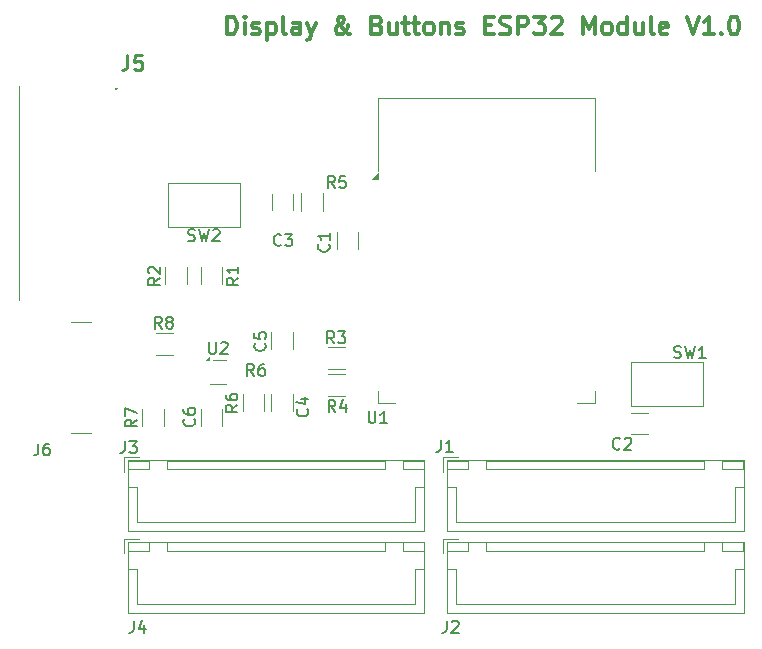
<source format=gbr>
%TF.GenerationSoftware,KiCad,Pcbnew,8.0.8*%
%TF.CreationDate,2025-05-21T09:44:21+02:00*%
%TF.ProjectId,Buttons_Displays_ESP32,42757474-6f6e-4735-9f44-6973706c6179,rev?*%
%TF.SameCoordinates,Original*%
%TF.FileFunction,Legend,Top*%
%TF.FilePolarity,Positive*%
%FSLAX46Y46*%
G04 Gerber Fmt 4.6, Leading zero omitted, Abs format (unit mm)*
G04 Created by KiCad (PCBNEW 8.0.8) date 2025-05-21 09:44:21*
%MOMM*%
%LPD*%
G01*
G04 APERTURE LIST*
%ADD10C,0.300000*%
%ADD11C,0.150000*%
%ADD12C,0.254000*%
%ADD13C,0.120000*%
%ADD14C,0.100000*%
%ADD15C,0.200000*%
G04 APERTURE END LIST*
D10*
X114554510Y-53300828D02*
X114554510Y-51800828D01*
X114554510Y-51800828D02*
X114911653Y-51800828D01*
X114911653Y-51800828D02*
X115125939Y-51872257D01*
X115125939Y-51872257D02*
X115268796Y-52015114D01*
X115268796Y-52015114D02*
X115340225Y-52157971D01*
X115340225Y-52157971D02*
X115411653Y-52443685D01*
X115411653Y-52443685D02*
X115411653Y-52657971D01*
X115411653Y-52657971D02*
X115340225Y-52943685D01*
X115340225Y-52943685D02*
X115268796Y-53086542D01*
X115268796Y-53086542D02*
X115125939Y-53229400D01*
X115125939Y-53229400D02*
X114911653Y-53300828D01*
X114911653Y-53300828D02*
X114554510Y-53300828D01*
X116054510Y-53300828D02*
X116054510Y-52300828D01*
X116054510Y-51800828D02*
X115983082Y-51872257D01*
X115983082Y-51872257D02*
X116054510Y-51943685D01*
X116054510Y-51943685D02*
X116125939Y-51872257D01*
X116125939Y-51872257D02*
X116054510Y-51800828D01*
X116054510Y-51800828D02*
X116054510Y-51943685D01*
X116697368Y-53229400D02*
X116840225Y-53300828D01*
X116840225Y-53300828D02*
X117125939Y-53300828D01*
X117125939Y-53300828D02*
X117268796Y-53229400D01*
X117268796Y-53229400D02*
X117340225Y-53086542D01*
X117340225Y-53086542D02*
X117340225Y-53015114D01*
X117340225Y-53015114D02*
X117268796Y-52872257D01*
X117268796Y-52872257D02*
X117125939Y-52800828D01*
X117125939Y-52800828D02*
X116911654Y-52800828D01*
X116911654Y-52800828D02*
X116768796Y-52729400D01*
X116768796Y-52729400D02*
X116697368Y-52586542D01*
X116697368Y-52586542D02*
X116697368Y-52515114D01*
X116697368Y-52515114D02*
X116768796Y-52372257D01*
X116768796Y-52372257D02*
X116911654Y-52300828D01*
X116911654Y-52300828D02*
X117125939Y-52300828D01*
X117125939Y-52300828D02*
X117268796Y-52372257D01*
X117983082Y-52300828D02*
X117983082Y-53800828D01*
X117983082Y-52372257D02*
X118125940Y-52300828D01*
X118125940Y-52300828D02*
X118411654Y-52300828D01*
X118411654Y-52300828D02*
X118554511Y-52372257D01*
X118554511Y-52372257D02*
X118625940Y-52443685D01*
X118625940Y-52443685D02*
X118697368Y-52586542D01*
X118697368Y-52586542D02*
X118697368Y-53015114D01*
X118697368Y-53015114D02*
X118625940Y-53157971D01*
X118625940Y-53157971D02*
X118554511Y-53229400D01*
X118554511Y-53229400D02*
X118411654Y-53300828D01*
X118411654Y-53300828D02*
X118125940Y-53300828D01*
X118125940Y-53300828D02*
X117983082Y-53229400D01*
X119554511Y-53300828D02*
X119411654Y-53229400D01*
X119411654Y-53229400D02*
X119340225Y-53086542D01*
X119340225Y-53086542D02*
X119340225Y-51800828D01*
X120768797Y-53300828D02*
X120768797Y-52515114D01*
X120768797Y-52515114D02*
X120697368Y-52372257D01*
X120697368Y-52372257D02*
X120554511Y-52300828D01*
X120554511Y-52300828D02*
X120268797Y-52300828D01*
X120268797Y-52300828D02*
X120125939Y-52372257D01*
X120768797Y-53229400D02*
X120625939Y-53300828D01*
X120625939Y-53300828D02*
X120268797Y-53300828D01*
X120268797Y-53300828D02*
X120125939Y-53229400D01*
X120125939Y-53229400D02*
X120054511Y-53086542D01*
X120054511Y-53086542D02*
X120054511Y-52943685D01*
X120054511Y-52943685D02*
X120125939Y-52800828D01*
X120125939Y-52800828D02*
X120268797Y-52729400D01*
X120268797Y-52729400D02*
X120625939Y-52729400D01*
X120625939Y-52729400D02*
X120768797Y-52657971D01*
X121340225Y-52300828D02*
X121697368Y-53300828D01*
X122054511Y-52300828D02*
X121697368Y-53300828D01*
X121697368Y-53300828D02*
X121554511Y-53657971D01*
X121554511Y-53657971D02*
X121483082Y-53729400D01*
X121483082Y-53729400D02*
X121340225Y-53800828D01*
X124983082Y-53300828D02*
X124911654Y-53300828D01*
X124911654Y-53300828D02*
X124768796Y-53229400D01*
X124768796Y-53229400D02*
X124554511Y-53015114D01*
X124554511Y-53015114D02*
X124197368Y-52586542D01*
X124197368Y-52586542D02*
X124054511Y-52372257D01*
X124054511Y-52372257D02*
X123983082Y-52157971D01*
X123983082Y-52157971D02*
X123983082Y-52015114D01*
X123983082Y-52015114D02*
X124054511Y-51872257D01*
X124054511Y-51872257D02*
X124197368Y-51800828D01*
X124197368Y-51800828D02*
X124268796Y-51800828D01*
X124268796Y-51800828D02*
X124411654Y-51872257D01*
X124411654Y-51872257D02*
X124483082Y-52015114D01*
X124483082Y-52015114D02*
X124483082Y-52086542D01*
X124483082Y-52086542D02*
X124411654Y-52229400D01*
X124411654Y-52229400D02*
X124340225Y-52300828D01*
X124340225Y-52300828D02*
X123911654Y-52586542D01*
X123911654Y-52586542D02*
X123840225Y-52657971D01*
X123840225Y-52657971D02*
X123768796Y-52800828D01*
X123768796Y-52800828D02*
X123768796Y-53015114D01*
X123768796Y-53015114D02*
X123840225Y-53157971D01*
X123840225Y-53157971D02*
X123911654Y-53229400D01*
X123911654Y-53229400D02*
X124054511Y-53300828D01*
X124054511Y-53300828D02*
X124268796Y-53300828D01*
X124268796Y-53300828D02*
X124411654Y-53229400D01*
X124411654Y-53229400D02*
X124483082Y-53157971D01*
X124483082Y-53157971D02*
X124697368Y-52872257D01*
X124697368Y-52872257D02*
X124768796Y-52657971D01*
X124768796Y-52657971D02*
X124768796Y-52515114D01*
X127268796Y-52515114D02*
X127483082Y-52586542D01*
X127483082Y-52586542D02*
X127554511Y-52657971D01*
X127554511Y-52657971D02*
X127625939Y-52800828D01*
X127625939Y-52800828D02*
X127625939Y-53015114D01*
X127625939Y-53015114D02*
X127554511Y-53157971D01*
X127554511Y-53157971D02*
X127483082Y-53229400D01*
X127483082Y-53229400D02*
X127340225Y-53300828D01*
X127340225Y-53300828D02*
X126768796Y-53300828D01*
X126768796Y-53300828D02*
X126768796Y-51800828D01*
X126768796Y-51800828D02*
X127268796Y-51800828D01*
X127268796Y-51800828D02*
X127411654Y-51872257D01*
X127411654Y-51872257D02*
X127483082Y-51943685D01*
X127483082Y-51943685D02*
X127554511Y-52086542D01*
X127554511Y-52086542D02*
X127554511Y-52229400D01*
X127554511Y-52229400D02*
X127483082Y-52372257D01*
X127483082Y-52372257D02*
X127411654Y-52443685D01*
X127411654Y-52443685D02*
X127268796Y-52515114D01*
X127268796Y-52515114D02*
X126768796Y-52515114D01*
X128911654Y-52300828D02*
X128911654Y-53300828D01*
X128268796Y-52300828D02*
X128268796Y-53086542D01*
X128268796Y-53086542D02*
X128340225Y-53229400D01*
X128340225Y-53229400D02*
X128483082Y-53300828D01*
X128483082Y-53300828D02*
X128697368Y-53300828D01*
X128697368Y-53300828D02*
X128840225Y-53229400D01*
X128840225Y-53229400D02*
X128911654Y-53157971D01*
X129411654Y-52300828D02*
X129983082Y-52300828D01*
X129625939Y-51800828D02*
X129625939Y-53086542D01*
X129625939Y-53086542D02*
X129697368Y-53229400D01*
X129697368Y-53229400D02*
X129840225Y-53300828D01*
X129840225Y-53300828D02*
X129983082Y-53300828D01*
X130268797Y-52300828D02*
X130840225Y-52300828D01*
X130483082Y-51800828D02*
X130483082Y-53086542D01*
X130483082Y-53086542D02*
X130554511Y-53229400D01*
X130554511Y-53229400D02*
X130697368Y-53300828D01*
X130697368Y-53300828D02*
X130840225Y-53300828D01*
X131554511Y-53300828D02*
X131411654Y-53229400D01*
X131411654Y-53229400D02*
X131340225Y-53157971D01*
X131340225Y-53157971D02*
X131268797Y-53015114D01*
X131268797Y-53015114D02*
X131268797Y-52586542D01*
X131268797Y-52586542D02*
X131340225Y-52443685D01*
X131340225Y-52443685D02*
X131411654Y-52372257D01*
X131411654Y-52372257D02*
X131554511Y-52300828D01*
X131554511Y-52300828D02*
X131768797Y-52300828D01*
X131768797Y-52300828D02*
X131911654Y-52372257D01*
X131911654Y-52372257D02*
X131983083Y-52443685D01*
X131983083Y-52443685D02*
X132054511Y-52586542D01*
X132054511Y-52586542D02*
X132054511Y-53015114D01*
X132054511Y-53015114D02*
X131983083Y-53157971D01*
X131983083Y-53157971D02*
X131911654Y-53229400D01*
X131911654Y-53229400D02*
X131768797Y-53300828D01*
X131768797Y-53300828D02*
X131554511Y-53300828D01*
X132697368Y-52300828D02*
X132697368Y-53300828D01*
X132697368Y-52443685D02*
X132768797Y-52372257D01*
X132768797Y-52372257D02*
X132911654Y-52300828D01*
X132911654Y-52300828D02*
X133125940Y-52300828D01*
X133125940Y-52300828D02*
X133268797Y-52372257D01*
X133268797Y-52372257D02*
X133340226Y-52515114D01*
X133340226Y-52515114D02*
X133340226Y-53300828D01*
X133983083Y-53229400D02*
X134125940Y-53300828D01*
X134125940Y-53300828D02*
X134411654Y-53300828D01*
X134411654Y-53300828D02*
X134554511Y-53229400D01*
X134554511Y-53229400D02*
X134625940Y-53086542D01*
X134625940Y-53086542D02*
X134625940Y-53015114D01*
X134625940Y-53015114D02*
X134554511Y-52872257D01*
X134554511Y-52872257D02*
X134411654Y-52800828D01*
X134411654Y-52800828D02*
X134197369Y-52800828D01*
X134197369Y-52800828D02*
X134054511Y-52729400D01*
X134054511Y-52729400D02*
X133983083Y-52586542D01*
X133983083Y-52586542D02*
X133983083Y-52515114D01*
X133983083Y-52515114D02*
X134054511Y-52372257D01*
X134054511Y-52372257D02*
X134197369Y-52300828D01*
X134197369Y-52300828D02*
X134411654Y-52300828D01*
X134411654Y-52300828D02*
X134554511Y-52372257D01*
X136411654Y-52515114D02*
X136911654Y-52515114D01*
X137125940Y-53300828D02*
X136411654Y-53300828D01*
X136411654Y-53300828D02*
X136411654Y-51800828D01*
X136411654Y-51800828D02*
X137125940Y-51800828D01*
X137697369Y-53229400D02*
X137911655Y-53300828D01*
X137911655Y-53300828D02*
X138268797Y-53300828D01*
X138268797Y-53300828D02*
X138411655Y-53229400D01*
X138411655Y-53229400D02*
X138483083Y-53157971D01*
X138483083Y-53157971D02*
X138554512Y-53015114D01*
X138554512Y-53015114D02*
X138554512Y-52872257D01*
X138554512Y-52872257D02*
X138483083Y-52729400D01*
X138483083Y-52729400D02*
X138411655Y-52657971D01*
X138411655Y-52657971D02*
X138268797Y-52586542D01*
X138268797Y-52586542D02*
X137983083Y-52515114D01*
X137983083Y-52515114D02*
X137840226Y-52443685D01*
X137840226Y-52443685D02*
X137768797Y-52372257D01*
X137768797Y-52372257D02*
X137697369Y-52229400D01*
X137697369Y-52229400D02*
X137697369Y-52086542D01*
X137697369Y-52086542D02*
X137768797Y-51943685D01*
X137768797Y-51943685D02*
X137840226Y-51872257D01*
X137840226Y-51872257D02*
X137983083Y-51800828D01*
X137983083Y-51800828D02*
X138340226Y-51800828D01*
X138340226Y-51800828D02*
X138554512Y-51872257D01*
X139197368Y-53300828D02*
X139197368Y-51800828D01*
X139197368Y-51800828D02*
X139768797Y-51800828D01*
X139768797Y-51800828D02*
X139911654Y-51872257D01*
X139911654Y-51872257D02*
X139983083Y-51943685D01*
X139983083Y-51943685D02*
X140054511Y-52086542D01*
X140054511Y-52086542D02*
X140054511Y-52300828D01*
X140054511Y-52300828D02*
X139983083Y-52443685D01*
X139983083Y-52443685D02*
X139911654Y-52515114D01*
X139911654Y-52515114D02*
X139768797Y-52586542D01*
X139768797Y-52586542D02*
X139197368Y-52586542D01*
X140554511Y-51800828D02*
X141483083Y-51800828D01*
X141483083Y-51800828D02*
X140983083Y-52372257D01*
X140983083Y-52372257D02*
X141197368Y-52372257D01*
X141197368Y-52372257D02*
X141340226Y-52443685D01*
X141340226Y-52443685D02*
X141411654Y-52515114D01*
X141411654Y-52515114D02*
X141483083Y-52657971D01*
X141483083Y-52657971D02*
X141483083Y-53015114D01*
X141483083Y-53015114D02*
X141411654Y-53157971D01*
X141411654Y-53157971D02*
X141340226Y-53229400D01*
X141340226Y-53229400D02*
X141197368Y-53300828D01*
X141197368Y-53300828D02*
X140768797Y-53300828D01*
X140768797Y-53300828D02*
X140625940Y-53229400D01*
X140625940Y-53229400D02*
X140554511Y-53157971D01*
X142054511Y-51943685D02*
X142125939Y-51872257D01*
X142125939Y-51872257D02*
X142268797Y-51800828D01*
X142268797Y-51800828D02*
X142625939Y-51800828D01*
X142625939Y-51800828D02*
X142768797Y-51872257D01*
X142768797Y-51872257D02*
X142840225Y-51943685D01*
X142840225Y-51943685D02*
X142911654Y-52086542D01*
X142911654Y-52086542D02*
X142911654Y-52229400D01*
X142911654Y-52229400D02*
X142840225Y-52443685D01*
X142840225Y-52443685D02*
X141983082Y-53300828D01*
X141983082Y-53300828D02*
X142911654Y-53300828D01*
X144697367Y-53300828D02*
X144697367Y-51800828D01*
X144697367Y-51800828D02*
X145197367Y-52872257D01*
X145197367Y-52872257D02*
X145697367Y-51800828D01*
X145697367Y-51800828D02*
X145697367Y-53300828D01*
X146625939Y-53300828D02*
X146483082Y-53229400D01*
X146483082Y-53229400D02*
X146411653Y-53157971D01*
X146411653Y-53157971D02*
X146340225Y-53015114D01*
X146340225Y-53015114D02*
X146340225Y-52586542D01*
X146340225Y-52586542D02*
X146411653Y-52443685D01*
X146411653Y-52443685D02*
X146483082Y-52372257D01*
X146483082Y-52372257D02*
X146625939Y-52300828D01*
X146625939Y-52300828D02*
X146840225Y-52300828D01*
X146840225Y-52300828D02*
X146983082Y-52372257D01*
X146983082Y-52372257D02*
X147054511Y-52443685D01*
X147054511Y-52443685D02*
X147125939Y-52586542D01*
X147125939Y-52586542D02*
X147125939Y-53015114D01*
X147125939Y-53015114D02*
X147054511Y-53157971D01*
X147054511Y-53157971D02*
X146983082Y-53229400D01*
X146983082Y-53229400D02*
X146840225Y-53300828D01*
X146840225Y-53300828D02*
X146625939Y-53300828D01*
X148411654Y-53300828D02*
X148411654Y-51800828D01*
X148411654Y-53229400D02*
X148268796Y-53300828D01*
X148268796Y-53300828D02*
X147983082Y-53300828D01*
X147983082Y-53300828D02*
X147840225Y-53229400D01*
X147840225Y-53229400D02*
X147768796Y-53157971D01*
X147768796Y-53157971D02*
X147697368Y-53015114D01*
X147697368Y-53015114D02*
X147697368Y-52586542D01*
X147697368Y-52586542D02*
X147768796Y-52443685D01*
X147768796Y-52443685D02*
X147840225Y-52372257D01*
X147840225Y-52372257D02*
X147983082Y-52300828D01*
X147983082Y-52300828D02*
X148268796Y-52300828D01*
X148268796Y-52300828D02*
X148411654Y-52372257D01*
X149768797Y-52300828D02*
X149768797Y-53300828D01*
X149125939Y-52300828D02*
X149125939Y-53086542D01*
X149125939Y-53086542D02*
X149197368Y-53229400D01*
X149197368Y-53229400D02*
X149340225Y-53300828D01*
X149340225Y-53300828D02*
X149554511Y-53300828D01*
X149554511Y-53300828D02*
X149697368Y-53229400D01*
X149697368Y-53229400D02*
X149768797Y-53157971D01*
X150697368Y-53300828D02*
X150554511Y-53229400D01*
X150554511Y-53229400D02*
X150483082Y-53086542D01*
X150483082Y-53086542D02*
X150483082Y-51800828D01*
X151840225Y-53229400D02*
X151697368Y-53300828D01*
X151697368Y-53300828D02*
X151411654Y-53300828D01*
X151411654Y-53300828D02*
X151268796Y-53229400D01*
X151268796Y-53229400D02*
X151197368Y-53086542D01*
X151197368Y-53086542D02*
X151197368Y-52515114D01*
X151197368Y-52515114D02*
X151268796Y-52372257D01*
X151268796Y-52372257D02*
X151411654Y-52300828D01*
X151411654Y-52300828D02*
X151697368Y-52300828D01*
X151697368Y-52300828D02*
X151840225Y-52372257D01*
X151840225Y-52372257D02*
X151911654Y-52515114D01*
X151911654Y-52515114D02*
X151911654Y-52657971D01*
X151911654Y-52657971D02*
X151197368Y-52800828D01*
X153483082Y-51800828D02*
X153983082Y-53300828D01*
X153983082Y-53300828D02*
X154483082Y-51800828D01*
X155768796Y-53300828D02*
X154911653Y-53300828D01*
X155340224Y-53300828D02*
X155340224Y-51800828D01*
X155340224Y-51800828D02*
X155197367Y-52015114D01*
X155197367Y-52015114D02*
X155054510Y-52157971D01*
X155054510Y-52157971D02*
X154911653Y-52229400D01*
X156411652Y-53157971D02*
X156483081Y-53229400D01*
X156483081Y-53229400D02*
X156411652Y-53300828D01*
X156411652Y-53300828D02*
X156340224Y-53229400D01*
X156340224Y-53229400D02*
X156411652Y-53157971D01*
X156411652Y-53157971D02*
X156411652Y-53300828D01*
X157411653Y-51800828D02*
X157554510Y-51800828D01*
X157554510Y-51800828D02*
X157697367Y-51872257D01*
X157697367Y-51872257D02*
X157768796Y-51943685D01*
X157768796Y-51943685D02*
X157840224Y-52086542D01*
X157840224Y-52086542D02*
X157911653Y-52372257D01*
X157911653Y-52372257D02*
X157911653Y-52729400D01*
X157911653Y-52729400D02*
X157840224Y-53015114D01*
X157840224Y-53015114D02*
X157768796Y-53157971D01*
X157768796Y-53157971D02*
X157697367Y-53229400D01*
X157697367Y-53229400D02*
X157554510Y-53300828D01*
X157554510Y-53300828D02*
X157411653Y-53300828D01*
X157411653Y-53300828D02*
X157268796Y-53229400D01*
X157268796Y-53229400D02*
X157197367Y-53157971D01*
X157197367Y-53157971D02*
X157125938Y-53015114D01*
X157125938Y-53015114D02*
X157054510Y-52729400D01*
X157054510Y-52729400D02*
X157054510Y-52372257D01*
X157054510Y-52372257D02*
X157125938Y-52086542D01*
X157125938Y-52086542D02*
X157197367Y-51943685D01*
X157197367Y-51943685D02*
X157268796Y-51872257D01*
X157268796Y-51872257D02*
X157411653Y-51800828D01*
D11*
X121359580Y-85016666D02*
X121407200Y-85064285D01*
X121407200Y-85064285D02*
X121454819Y-85207142D01*
X121454819Y-85207142D02*
X121454819Y-85302380D01*
X121454819Y-85302380D02*
X121407200Y-85445237D01*
X121407200Y-85445237D02*
X121311961Y-85540475D01*
X121311961Y-85540475D02*
X121216723Y-85588094D01*
X121216723Y-85588094D02*
X121026247Y-85635713D01*
X121026247Y-85635713D02*
X120883390Y-85635713D01*
X120883390Y-85635713D02*
X120692914Y-85588094D01*
X120692914Y-85588094D02*
X120597676Y-85540475D01*
X120597676Y-85540475D02*
X120502438Y-85445237D01*
X120502438Y-85445237D02*
X120454819Y-85302380D01*
X120454819Y-85302380D02*
X120454819Y-85207142D01*
X120454819Y-85207142D02*
X120502438Y-85064285D01*
X120502438Y-85064285D02*
X120550057Y-85016666D01*
X120788152Y-84159523D02*
X121454819Y-84159523D01*
X120407200Y-84397618D02*
X121121485Y-84635713D01*
X121121485Y-84635713D02*
X121121485Y-84016666D01*
X116833333Y-82204819D02*
X116500000Y-81728628D01*
X116261905Y-82204819D02*
X116261905Y-81204819D01*
X116261905Y-81204819D02*
X116642857Y-81204819D01*
X116642857Y-81204819D02*
X116738095Y-81252438D01*
X116738095Y-81252438D02*
X116785714Y-81300057D01*
X116785714Y-81300057D02*
X116833333Y-81395295D01*
X116833333Y-81395295D02*
X116833333Y-81538152D01*
X116833333Y-81538152D02*
X116785714Y-81633390D01*
X116785714Y-81633390D02*
X116738095Y-81681009D01*
X116738095Y-81681009D02*
X116642857Y-81728628D01*
X116642857Y-81728628D02*
X116261905Y-81728628D01*
X117690476Y-81204819D02*
X117500000Y-81204819D01*
X117500000Y-81204819D02*
X117404762Y-81252438D01*
X117404762Y-81252438D02*
X117357143Y-81300057D01*
X117357143Y-81300057D02*
X117261905Y-81442914D01*
X117261905Y-81442914D02*
X117214286Y-81633390D01*
X117214286Y-81633390D02*
X117214286Y-82014342D01*
X117214286Y-82014342D02*
X117261905Y-82109580D01*
X117261905Y-82109580D02*
X117309524Y-82157200D01*
X117309524Y-82157200D02*
X117404762Y-82204819D01*
X117404762Y-82204819D02*
X117595238Y-82204819D01*
X117595238Y-82204819D02*
X117690476Y-82157200D01*
X117690476Y-82157200D02*
X117738095Y-82109580D01*
X117738095Y-82109580D02*
X117785714Y-82014342D01*
X117785714Y-82014342D02*
X117785714Y-81776247D01*
X117785714Y-81776247D02*
X117738095Y-81681009D01*
X117738095Y-81681009D02*
X117690476Y-81633390D01*
X117690476Y-81633390D02*
X117595238Y-81585771D01*
X117595238Y-81585771D02*
X117404762Y-81585771D01*
X117404762Y-81585771D02*
X117309524Y-81633390D01*
X117309524Y-81633390D02*
X117261905Y-81681009D01*
X117261905Y-81681009D02*
X117214286Y-81776247D01*
X105916666Y-87744819D02*
X105916666Y-88459104D01*
X105916666Y-88459104D02*
X105869047Y-88601961D01*
X105869047Y-88601961D02*
X105773809Y-88697200D01*
X105773809Y-88697200D02*
X105630952Y-88744819D01*
X105630952Y-88744819D02*
X105535714Y-88744819D01*
X106297619Y-87744819D02*
X106916666Y-87744819D01*
X106916666Y-87744819D02*
X106583333Y-88125771D01*
X106583333Y-88125771D02*
X106726190Y-88125771D01*
X106726190Y-88125771D02*
X106821428Y-88173390D01*
X106821428Y-88173390D02*
X106869047Y-88221009D01*
X106869047Y-88221009D02*
X106916666Y-88316247D01*
X106916666Y-88316247D02*
X106916666Y-88554342D01*
X106916666Y-88554342D02*
X106869047Y-88649580D01*
X106869047Y-88649580D02*
X106821428Y-88697200D01*
X106821428Y-88697200D02*
X106726190Y-88744819D01*
X106726190Y-88744819D02*
X106440476Y-88744819D01*
X106440476Y-88744819D02*
X106345238Y-88697200D01*
X106345238Y-88697200D02*
X106297619Y-88649580D01*
X147833333Y-88359580D02*
X147785714Y-88407200D01*
X147785714Y-88407200D02*
X147642857Y-88454819D01*
X147642857Y-88454819D02*
X147547619Y-88454819D01*
X147547619Y-88454819D02*
X147404762Y-88407200D01*
X147404762Y-88407200D02*
X147309524Y-88311961D01*
X147309524Y-88311961D02*
X147261905Y-88216723D01*
X147261905Y-88216723D02*
X147214286Y-88026247D01*
X147214286Y-88026247D02*
X147214286Y-87883390D01*
X147214286Y-87883390D02*
X147261905Y-87692914D01*
X147261905Y-87692914D02*
X147309524Y-87597676D01*
X147309524Y-87597676D02*
X147404762Y-87502438D01*
X147404762Y-87502438D02*
X147547619Y-87454819D01*
X147547619Y-87454819D02*
X147642857Y-87454819D01*
X147642857Y-87454819D02*
X147785714Y-87502438D01*
X147785714Y-87502438D02*
X147833333Y-87550057D01*
X148214286Y-87550057D02*
X148261905Y-87502438D01*
X148261905Y-87502438D02*
X148357143Y-87454819D01*
X148357143Y-87454819D02*
X148595238Y-87454819D01*
X148595238Y-87454819D02*
X148690476Y-87502438D01*
X148690476Y-87502438D02*
X148738095Y-87550057D01*
X148738095Y-87550057D02*
X148785714Y-87645295D01*
X148785714Y-87645295D02*
X148785714Y-87740533D01*
X148785714Y-87740533D02*
X148738095Y-87883390D01*
X148738095Y-87883390D02*
X148166667Y-88454819D01*
X148166667Y-88454819D02*
X148785714Y-88454819D01*
X115524819Y-73916666D02*
X115048628Y-74249999D01*
X115524819Y-74488094D02*
X114524819Y-74488094D01*
X114524819Y-74488094D02*
X114524819Y-74107142D01*
X114524819Y-74107142D02*
X114572438Y-74011904D01*
X114572438Y-74011904D02*
X114620057Y-73964285D01*
X114620057Y-73964285D02*
X114715295Y-73916666D01*
X114715295Y-73916666D02*
X114858152Y-73916666D01*
X114858152Y-73916666D02*
X114953390Y-73964285D01*
X114953390Y-73964285D02*
X115001009Y-74011904D01*
X115001009Y-74011904D02*
X115048628Y-74107142D01*
X115048628Y-74107142D02*
X115048628Y-74488094D01*
X115524819Y-72964285D02*
X115524819Y-73535713D01*
X115524819Y-73249999D02*
X114524819Y-73249999D01*
X114524819Y-73249999D02*
X114667676Y-73345237D01*
X114667676Y-73345237D02*
X114762914Y-73440475D01*
X114762914Y-73440475D02*
X114810533Y-73535713D01*
X152416667Y-80657200D02*
X152559524Y-80704819D01*
X152559524Y-80704819D02*
X152797619Y-80704819D01*
X152797619Y-80704819D02*
X152892857Y-80657200D01*
X152892857Y-80657200D02*
X152940476Y-80609580D01*
X152940476Y-80609580D02*
X152988095Y-80514342D01*
X152988095Y-80514342D02*
X152988095Y-80419104D01*
X152988095Y-80419104D02*
X152940476Y-80323866D01*
X152940476Y-80323866D02*
X152892857Y-80276247D01*
X152892857Y-80276247D02*
X152797619Y-80228628D01*
X152797619Y-80228628D02*
X152607143Y-80181009D01*
X152607143Y-80181009D02*
X152511905Y-80133390D01*
X152511905Y-80133390D02*
X152464286Y-80085771D01*
X152464286Y-80085771D02*
X152416667Y-79990533D01*
X152416667Y-79990533D02*
X152416667Y-79895295D01*
X152416667Y-79895295D02*
X152464286Y-79800057D01*
X152464286Y-79800057D02*
X152511905Y-79752438D01*
X152511905Y-79752438D02*
X152607143Y-79704819D01*
X152607143Y-79704819D02*
X152845238Y-79704819D01*
X152845238Y-79704819D02*
X152988095Y-79752438D01*
X153321429Y-79704819D02*
X153559524Y-80704819D01*
X153559524Y-80704819D02*
X153750000Y-79990533D01*
X153750000Y-79990533D02*
X153940476Y-80704819D01*
X153940476Y-80704819D02*
X154178572Y-79704819D01*
X155083333Y-80704819D02*
X154511905Y-80704819D01*
X154797619Y-80704819D02*
X154797619Y-79704819D01*
X154797619Y-79704819D02*
X154702381Y-79847676D01*
X154702381Y-79847676D02*
X154607143Y-79942914D01*
X154607143Y-79942914D02*
X154511905Y-79990533D01*
D12*
X106126667Y-55054318D02*
X106126667Y-55961461D01*
X106126667Y-55961461D02*
X106066190Y-56142889D01*
X106066190Y-56142889D02*
X105945238Y-56263842D01*
X105945238Y-56263842D02*
X105763809Y-56324318D01*
X105763809Y-56324318D02*
X105642857Y-56324318D01*
X107336190Y-55054318D02*
X106731428Y-55054318D01*
X106731428Y-55054318D02*
X106670952Y-55659080D01*
X106670952Y-55659080D02*
X106731428Y-55598603D01*
X106731428Y-55598603D02*
X106852381Y-55538127D01*
X106852381Y-55538127D02*
X107154762Y-55538127D01*
X107154762Y-55538127D02*
X107275714Y-55598603D01*
X107275714Y-55598603D02*
X107336190Y-55659080D01*
X107336190Y-55659080D02*
X107396667Y-55780032D01*
X107396667Y-55780032D02*
X107396667Y-56082413D01*
X107396667Y-56082413D02*
X107336190Y-56203365D01*
X107336190Y-56203365D02*
X107275714Y-56263842D01*
X107275714Y-56263842D02*
X107154762Y-56324318D01*
X107154762Y-56324318D02*
X106852381Y-56324318D01*
X106852381Y-56324318D02*
X106731428Y-56263842D01*
X106731428Y-56263842D02*
X106670952Y-56203365D01*
D11*
X113038095Y-79354819D02*
X113038095Y-80164342D01*
X113038095Y-80164342D02*
X113085714Y-80259580D01*
X113085714Y-80259580D02*
X113133333Y-80307200D01*
X113133333Y-80307200D02*
X113228571Y-80354819D01*
X113228571Y-80354819D02*
X113419047Y-80354819D01*
X113419047Y-80354819D02*
X113514285Y-80307200D01*
X113514285Y-80307200D02*
X113561904Y-80259580D01*
X113561904Y-80259580D02*
X113609523Y-80164342D01*
X113609523Y-80164342D02*
X113609523Y-79354819D01*
X114038095Y-79450057D02*
X114085714Y-79402438D01*
X114085714Y-79402438D02*
X114180952Y-79354819D01*
X114180952Y-79354819D02*
X114419047Y-79354819D01*
X114419047Y-79354819D02*
X114514285Y-79402438D01*
X114514285Y-79402438D02*
X114561904Y-79450057D01*
X114561904Y-79450057D02*
X114609523Y-79545295D01*
X114609523Y-79545295D02*
X114609523Y-79640533D01*
X114609523Y-79640533D02*
X114561904Y-79783390D01*
X114561904Y-79783390D02*
X113990476Y-80354819D01*
X113990476Y-80354819D02*
X114609523Y-80354819D01*
X123733333Y-85254819D02*
X123400000Y-84778628D01*
X123161905Y-85254819D02*
X123161905Y-84254819D01*
X123161905Y-84254819D02*
X123542857Y-84254819D01*
X123542857Y-84254819D02*
X123638095Y-84302438D01*
X123638095Y-84302438D02*
X123685714Y-84350057D01*
X123685714Y-84350057D02*
X123733333Y-84445295D01*
X123733333Y-84445295D02*
X123733333Y-84588152D01*
X123733333Y-84588152D02*
X123685714Y-84683390D01*
X123685714Y-84683390D02*
X123638095Y-84731009D01*
X123638095Y-84731009D02*
X123542857Y-84778628D01*
X123542857Y-84778628D02*
X123161905Y-84778628D01*
X124590476Y-84588152D02*
X124590476Y-85254819D01*
X124352381Y-84207200D02*
X124114286Y-84921485D01*
X124114286Y-84921485D02*
X124733333Y-84921485D01*
X111266667Y-70757200D02*
X111409524Y-70804819D01*
X111409524Y-70804819D02*
X111647619Y-70804819D01*
X111647619Y-70804819D02*
X111742857Y-70757200D01*
X111742857Y-70757200D02*
X111790476Y-70709580D01*
X111790476Y-70709580D02*
X111838095Y-70614342D01*
X111838095Y-70614342D02*
X111838095Y-70519104D01*
X111838095Y-70519104D02*
X111790476Y-70423866D01*
X111790476Y-70423866D02*
X111742857Y-70376247D01*
X111742857Y-70376247D02*
X111647619Y-70328628D01*
X111647619Y-70328628D02*
X111457143Y-70281009D01*
X111457143Y-70281009D02*
X111361905Y-70233390D01*
X111361905Y-70233390D02*
X111314286Y-70185771D01*
X111314286Y-70185771D02*
X111266667Y-70090533D01*
X111266667Y-70090533D02*
X111266667Y-69995295D01*
X111266667Y-69995295D02*
X111314286Y-69900057D01*
X111314286Y-69900057D02*
X111361905Y-69852438D01*
X111361905Y-69852438D02*
X111457143Y-69804819D01*
X111457143Y-69804819D02*
X111695238Y-69804819D01*
X111695238Y-69804819D02*
X111838095Y-69852438D01*
X112171429Y-69804819D02*
X112409524Y-70804819D01*
X112409524Y-70804819D02*
X112600000Y-70090533D01*
X112600000Y-70090533D02*
X112790476Y-70804819D01*
X112790476Y-70804819D02*
X113028572Y-69804819D01*
X113361905Y-69900057D02*
X113409524Y-69852438D01*
X113409524Y-69852438D02*
X113504762Y-69804819D01*
X113504762Y-69804819D02*
X113742857Y-69804819D01*
X113742857Y-69804819D02*
X113838095Y-69852438D01*
X113838095Y-69852438D02*
X113885714Y-69900057D01*
X113885714Y-69900057D02*
X113933333Y-69995295D01*
X113933333Y-69995295D02*
X113933333Y-70090533D01*
X113933333Y-70090533D02*
X113885714Y-70233390D01*
X113885714Y-70233390D02*
X113314286Y-70804819D01*
X113314286Y-70804819D02*
X113933333Y-70804819D01*
X106934819Y-85916666D02*
X106458628Y-86249999D01*
X106934819Y-86488094D02*
X105934819Y-86488094D01*
X105934819Y-86488094D02*
X105934819Y-86107142D01*
X105934819Y-86107142D02*
X105982438Y-86011904D01*
X105982438Y-86011904D02*
X106030057Y-85964285D01*
X106030057Y-85964285D02*
X106125295Y-85916666D01*
X106125295Y-85916666D02*
X106268152Y-85916666D01*
X106268152Y-85916666D02*
X106363390Y-85964285D01*
X106363390Y-85964285D02*
X106411009Y-86011904D01*
X106411009Y-86011904D02*
X106458628Y-86107142D01*
X106458628Y-86107142D02*
X106458628Y-86488094D01*
X105934819Y-85583332D02*
X105934819Y-84916666D01*
X105934819Y-84916666D02*
X106934819Y-85345237D01*
X117759580Y-79466666D02*
X117807200Y-79514285D01*
X117807200Y-79514285D02*
X117854819Y-79657142D01*
X117854819Y-79657142D02*
X117854819Y-79752380D01*
X117854819Y-79752380D02*
X117807200Y-79895237D01*
X117807200Y-79895237D02*
X117711961Y-79990475D01*
X117711961Y-79990475D02*
X117616723Y-80038094D01*
X117616723Y-80038094D02*
X117426247Y-80085713D01*
X117426247Y-80085713D02*
X117283390Y-80085713D01*
X117283390Y-80085713D02*
X117092914Y-80038094D01*
X117092914Y-80038094D02*
X116997676Y-79990475D01*
X116997676Y-79990475D02*
X116902438Y-79895237D01*
X116902438Y-79895237D02*
X116854819Y-79752380D01*
X116854819Y-79752380D02*
X116854819Y-79657142D01*
X116854819Y-79657142D02*
X116902438Y-79514285D01*
X116902438Y-79514285D02*
X116950057Y-79466666D01*
X116854819Y-78561904D02*
X116854819Y-79038094D01*
X116854819Y-79038094D02*
X117331009Y-79085713D01*
X117331009Y-79085713D02*
X117283390Y-79038094D01*
X117283390Y-79038094D02*
X117235771Y-78942856D01*
X117235771Y-78942856D02*
X117235771Y-78704761D01*
X117235771Y-78704761D02*
X117283390Y-78609523D01*
X117283390Y-78609523D02*
X117331009Y-78561904D01*
X117331009Y-78561904D02*
X117426247Y-78514285D01*
X117426247Y-78514285D02*
X117664342Y-78514285D01*
X117664342Y-78514285D02*
X117759580Y-78561904D01*
X117759580Y-78561904D02*
X117807200Y-78609523D01*
X117807200Y-78609523D02*
X117854819Y-78704761D01*
X117854819Y-78704761D02*
X117854819Y-78942856D01*
X117854819Y-78942856D02*
X117807200Y-79038094D01*
X117807200Y-79038094D02*
X117759580Y-79085713D01*
X106666666Y-102954819D02*
X106666666Y-103669104D01*
X106666666Y-103669104D02*
X106619047Y-103811961D01*
X106619047Y-103811961D02*
X106523809Y-103907200D01*
X106523809Y-103907200D02*
X106380952Y-103954819D01*
X106380952Y-103954819D02*
X106285714Y-103954819D01*
X107571428Y-103288152D02*
X107571428Y-103954819D01*
X107333333Y-102907200D02*
X107095238Y-103621485D01*
X107095238Y-103621485D02*
X107714285Y-103621485D01*
X109033333Y-78204819D02*
X108700000Y-77728628D01*
X108461905Y-78204819D02*
X108461905Y-77204819D01*
X108461905Y-77204819D02*
X108842857Y-77204819D01*
X108842857Y-77204819D02*
X108938095Y-77252438D01*
X108938095Y-77252438D02*
X108985714Y-77300057D01*
X108985714Y-77300057D02*
X109033333Y-77395295D01*
X109033333Y-77395295D02*
X109033333Y-77538152D01*
X109033333Y-77538152D02*
X108985714Y-77633390D01*
X108985714Y-77633390D02*
X108938095Y-77681009D01*
X108938095Y-77681009D02*
X108842857Y-77728628D01*
X108842857Y-77728628D02*
X108461905Y-77728628D01*
X109604762Y-77633390D02*
X109509524Y-77585771D01*
X109509524Y-77585771D02*
X109461905Y-77538152D01*
X109461905Y-77538152D02*
X109414286Y-77442914D01*
X109414286Y-77442914D02*
X109414286Y-77395295D01*
X109414286Y-77395295D02*
X109461905Y-77300057D01*
X109461905Y-77300057D02*
X109509524Y-77252438D01*
X109509524Y-77252438D02*
X109604762Y-77204819D01*
X109604762Y-77204819D02*
X109795238Y-77204819D01*
X109795238Y-77204819D02*
X109890476Y-77252438D01*
X109890476Y-77252438D02*
X109938095Y-77300057D01*
X109938095Y-77300057D02*
X109985714Y-77395295D01*
X109985714Y-77395295D02*
X109985714Y-77442914D01*
X109985714Y-77442914D02*
X109938095Y-77538152D01*
X109938095Y-77538152D02*
X109890476Y-77585771D01*
X109890476Y-77585771D02*
X109795238Y-77633390D01*
X109795238Y-77633390D02*
X109604762Y-77633390D01*
X109604762Y-77633390D02*
X109509524Y-77681009D01*
X109509524Y-77681009D02*
X109461905Y-77728628D01*
X109461905Y-77728628D02*
X109414286Y-77823866D01*
X109414286Y-77823866D02*
X109414286Y-78014342D01*
X109414286Y-78014342D02*
X109461905Y-78109580D01*
X109461905Y-78109580D02*
X109509524Y-78157200D01*
X109509524Y-78157200D02*
X109604762Y-78204819D01*
X109604762Y-78204819D02*
X109795238Y-78204819D01*
X109795238Y-78204819D02*
X109890476Y-78157200D01*
X109890476Y-78157200D02*
X109938095Y-78109580D01*
X109938095Y-78109580D02*
X109985714Y-78014342D01*
X109985714Y-78014342D02*
X109985714Y-77823866D01*
X109985714Y-77823866D02*
X109938095Y-77728628D01*
X109938095Y-77728628D02*
X109890476Y-77681009D01*
X109890476Y-77681009D02*
X109795238Y-77633390D01*
X123159580Y-71066666D02*
X123207200Y-71114285D01*
X123207200Y-71114285D02*
X123254819Y-71257142D01*
X123254819Y-71257142D02*
X123254819Y-71352380D01*
X123254819Y-71352380D02*
X123207200Y-71495237D01*
X123207200Y-71495237D02*
X123111961Y-71590475D01*
X123111961Y-71590475D02*
X123016723Y-71638094D01*
X123016723Y-71638094D02*
X122826247Y-71685713D01*
X122826247Y-71685713D02*
X122683390Y-71685713D01*
X122683390Y-71685713D02*
X122492914Y-71638094D01*
X122492914Y-71638094D02*
X122397676Y-71590475D01*
X122397676Y-71590475D02*
X122302438Y-71495237D01*
X122302438Y-71495237D02*
X122254819Y-71352380D01*
X122254819Y-71352380D02*
X122254819Y-71257142D01*
X122254819Y-71257142D02*
X122302438Y-71114285D01*
X122302438Y-71114285D02*
X122350057Y-71066666D01*
X123254819Y-70114285D02*
X123254819Y-70685713D01*
X123254819Y-70399999D02*
X122254819Y-70399999D01*
X122254819Y-70399999D02*
X122397676Y-70495237D01*
X122397676Y-70495237D02*
X122492914Y-70590475D01*
X122492914Y-70590475D02*
X122540533Y-70685713D01*
X123633333Y-79454819D02*
X123300000Y-78978628D01*
X123061905Y-79454819D02*
X123061905Y-78454819D01*
X123061905Y-78454819D02*
X123442857Y-78454819D01*
X123442857Y-78454819D02*
X123538095Y-78502438D01*
X123538095Y-78502438D02*
X123585714Y-78550057D01*
X123585714Y-78550057D02*
X123633333Y-78645295D01*
X123633333Y-78645295D02*
X123633333Y-78788152D01*
X123633333Y-78788152D02*
X123585714Y-78883390D01*
X123585714Y-78883390D02*
X123538095Y-78931009D01*
X123538095Y-78931009D02*
X123442857Y-78978628D01*
X123442857Y-78978628D02*
X123061905Y-78978628D01*
X123966667Y-78454819D02*
X124585714Y-78454819D01*
X124585714Y-78454819D02*
X124252381Y-78835771D01*
X124252381Y-78835771D02*
X124395238Y-78835771D01*
X124395238Y-78835771D02*
X124490476Y-78883390D01*
X124490476Y-78883390D02*
X124538095Y-78931009D01*
X124538095Y-78931009D02*
X124585714Y-79026247D01*
X124585714Y-79026247D02*
X124585714Y-79264342D01*
X124585714Y-79264342D02*
X124538095Y-79359580D01*
X124538095Y-79359580D02*
X124490476Y-79407200D01*
X124490476Y-79407200D02*
X124395238Y-79454819D01*
X124395238Y-79454819D02*
X124109524Y-79454819D01*
X124109524Y-79454819D02*
X124014286Y-79407200D01*
X124014286Y-79407200D02*
X123966667Y-79359580D01*
X111759580Y-85866666D02*
X111807200Y-85914285D01*
X111807200Y-85914285D02*
X111854819Y-86057142D01*
X111854819Y-86057142D02*
X111854819Y-86152380D01*
X111854819Y-86152380D02*
X111807200Y-86295237D01*
X111807200Y-86295237D02*
X111711961Y-86390475D01*
X111711961Y-86390475D02*
X111616723Y-86438094D01*
X111616723Y-86438094D02*
X111426247Y-86485713D01*
X111426247Y-86485713D02*
X111283390Y-86485713D01*
X111283390Y-86485713D02*
X111092914Y-86438094D01*
X111092914Y-86438094D02*
X110997676Y-86390475D01*
X110997676Y-86390475D02*
X110902438Y-86295237D01*
X110902438Y-86295237D02*
X110854819Y-86152380D01*
X110854819Y-86152380D02*
X110854819Y-86057142D01*
X110854819Y-86057142D02*
X110902438Y-85914285D01*
X110902438Y-85914285D02*
X110950057Y-85866666D01*
X110854819Y-85009523D02*
X110854819Y-85199999D01*
X110854819Y-85199999D02*
X110902438Y-85295237D01*
X110902438Y-85295237D02*
X110950057Y-85342856D01*
X110950057Y-85342856D02*
X111092914Y-85438094D01*
X111092914Y-85438094D02*
X111283390Y-85485713D01*
X111283390Y-85485713D02*
X111664342Y-85485713D01*
X111664342Y-85485713D02*
X111759580Y-85438094D01*
X111759580Y-85438094D02*
X111807200Y-85390475D01*
X111807200Y-85390475D02*
X111854819Y-85295237D01*
X111854819Y-85295237D02*
X111854819Y-85104761D01*
X111854819Y-85104761D02*
X111807200Y-85009523D01*
X111807200Y-85009523D02*
X111759580Y-84961904D01*
X111759580Y-84961904D02*
X111664342Y-84914285D01*
X111664342Y-84914285D02*
X111426247Y-84914285D01*
X111426247Y-84914285D02*
X111331009Y-84961904D01*
X111331009Y-84961904D02*
X111283390Y-85009523D01*
X111283390Y-85009523D02*
X111235771Y-85104761D01*
X111235771Y-85104761D02*
X111235771Y-85295237D01*
X111235771Y-85295237D02*
X111283390Y-85390475D01*
X111283390Y-85390475D02*
X111331009Y-85438094D01*
X111331009Y-85438094D02*
X111426247Y-85485713D01*
X123683333Y-66304819D02*
X123350000Y-65828628D01*
X123111905Y-66304819D02*
X123111905Y-65304819D01*
X123111905Y-65304819D02*
X123492857Y-65304819D01*
X123492857Y-65304819D02*
X123588095Y-65352438D01*
X123588095Y-65352438D02*
X123635714Y-65400057D01*
X123635714Y-65400057D02*
X123683333Y-65495295D01*
X123683333Y-65495295D02*
X123683333Y-65638152D01*
X123683333Y-65638152D02*
X123635714Y-65733390D01*
X123635714Y-65733390D02*
X123588095Y-65781009D01*
X123588095Y-65781009D02*
X123492857Y-65828628D01*
X123492857Y-65828628D02*
X123111905Y-65828628D01*
X124588095Y-65304819D02*
X124111905Y-65304819D01*
X124111905Y-65304819D02*
X124064286Y-65781009D01*
X124064286Y-65781009D02*
X124111905Y-65733390D01*
X124111905Y-65733390D02*
X124207143Y-65685771D01*
X124207143Y-65685771D02*
X124445238Y-65685771D01*
X124445238Y-65685771D02*
X124540476Y-65733390D01*
X124540476Y-65733390D02*
X124588095Y-65781009D01*
X124588095Y-65781009D02*
X124635714Y-65876247D01*
X124635714Y-65876247D02*
X124635714Y-66114342D01*
X124635714Y-66114342D02*
X124588095Y-66209580D01*
X124588095Y-66209580D02*
X124540476Y-66257200D01*
X124540476Y-66257200D02*
X124445238Y-66304819D01*
X124445238Y-66304819D02*
X124207143Y-66304819D01*
X124207143Y-66304819D02*
X124111905Y-66257200D01*
X124111905Y-66257200D02*
X124064286Y-66209580D01*
X115434819Y-84666666D02*
X114958628Y-84999999D01*
X115434819Y-85238094D02*
X114434819Y-85238094D01*
X114434819Y-85238094D02*
X114434819Y-84857142D01*
X114434819Y-84857142D02*
X114482438Y-84761904D01*
X114482438Y-84761904D02*
X114530057Y-84714285D01*
X114530057Y-84714285D02*
X114625295Y-84666666D01*
X114625295Y-84666666D02*
X114768152Y-84666666D01*
X114768152Y-84666666D02*
X114863390Y-84714285D01*
X114863390Y-84714285D02*
X114911009Y-84761904D01*
X114911009Y-84761904D02*
X114958628Y-84857142D01*
X114958628Y-84857142D02*
X114958628Y-85238094D01*
X114434819Y-83809523D02*
X114434819Y-83999999D01*
X114434819Y-83999999D02*
X114482438Y-84095237D01*
X114482438Y-84095237D02*
X114530057Y-84142856D01*
X114530057Y-84142856D02*
X114672914Y-84238094D01*
X114672914Y-84238094D02*
X114863390Y-84285713D01*
X114863390Y-84285713D02*
X115244342Y-84285713D01*
X115244342Y-84285713D02*
X115339580Y-84238094D01*
X115339580Y-84238094D02*
X115387200Y-84190475D01*
X115387200Y-84190475D02*
X115434819Y-84095237D01*
X115434819Y-84095237D02*
X115434819Y-83904761D01*
X115434819Y-83904761D02*
X115387200Y-83809523D01*
X115387200Y-83809523D02*
X115339580Y-83761904D01*
X115339580Y-83761904D02*
X115244342Y-83714285D01*
X115244342Y-83714285D02*
X115006247Y-83714285D01*
X115006247Y-83714285D02*
X114911009Y-83761904D01*
X114911009Y-83761904D02*
X114863390Y-83809523D01*
X114863390Y-83809523D02*
X114815771Y-83904761D01*
X114815771Y-83904761D02*
X114815771Y-84095237D01*
X114815771Y-84095237D02*
X114863390Y-84190475D01*
X114863390Y-84190475D02*
X114911009Y-84238094D01*
X114911009Y-84238094D02*
X115006247Y-84285713D01*
X133166666Y-102954819D02*
X133166666Y-103669104D01*
X133166666Y-103669104D02*
X133119047Y-103811961D01*
X133119047Y-103811961D02*
X133023809Y-103907200D01*
X133023809Y-103907200D02*
X132880952Y-103954819D01*
X132880952Y-103954819D02*
X132785714Y-103954819D01*
X133595238Y-103050057D02*
X133642857Y-103002438D01*
X133642857Y-103002438D02*
X133738095Y-102954819D01*
X133738095Y-102954819D02*
X133976190Y-102954819D01*
X133976190Y-102954819D02*
X134071428Y-103002438D01*
X134071428Y-103002438D02*
X134119047Y-103050057D01*
X134119047Y-103050057D02*
X134166666Y-103145295D01*
X134166666Y-103145295D02*
X134166666Y-103240533D01*
X134166666Y-103240533D02*
X134119047Y-103383390D01*
X134119047Y-103383390D02*
X133547619Y-103954819D01*
X133547619Y-103954819D02*
X134166666Y-103954819D01*
X119133333Y-71109580D02*
X119085714Y-71157200D01*
X119085714Y-71157200D02*
X118942857Y-71204819D01*
X118942857Y-71204819D02*
X118847619Y-71204819D01*
X118847619Y-71204819D02*
X118704762Y-71157200D01*
X118704762Y-71157200D02*
X118609524Y-71061961D01*
X118609524Y-71061961D02*
X118561905Y-70966723D01*
X118561905Y-70966723D02*
X118514286Y-70776247D01*
X118514286Y-70776247D02*
X118514286Y-70633390D01*
X118514286Y-70633390D02*
X118561905Y-70442914D01*
X118561905Y-70442914D02*
X118609524Y-70347676D01*
X118609524Y-70347676D02*
X118704762Y-70252438D01*
X118704762Y-70252438D02*
X118847619Y-70204819D01*
X118847619Y-70204819D02*
X118942857Y-70204819D01*
X118942857Y-70204819D02*
X119085714Y-70252438D01*
X119085714Y-70252438D02*
X119133333Y-70300057D01*
X119466667Y-70204819D02*
X120085714Y-70204819D01*
X120085714Y-70204819D02*
X119752381Y-70585771D01*
X119752381Y-70585771D02*
X119895238Y-70585771D01*
X119895238Y-70585771D02*
X119990476Y-70633390D01*
X119990476Y-70633390D02*
X120038095Y-70681009D01*
X120038095Y-70681009D02*
X120085714Y-70776247D01*
X120085714Y-70776247D02*
X120085714Y-71014342D01*
X120085714Y-71014342D02*
X120038095Y-71109580D01*
X120038095Y-71109580D02*
X119990476Y-71157200D01*
X119990476Y-71157200D02*
X119895238Y-71204819D01*
X119895238Y-71204819D02*
X119609524Y-71204819D01*
X119609524Y-71204819D02*
X119514286Y-71157200D01*
X119514286Y-71157200D02*
X119466667Y-71109580D01*
X126538095Y-85204819D02*
X126538095Y-86014342D01*
X126538095Y-86014342D02*
X126585714Y-86109580D01*
X126585714Y-86109580D02*
X126633333Y-86157200D01*
X126633333Y-86157200D02*
X126728571Y-86204819D01*
X126728571Y-86204819D02*
X126919047Y-86204819D01*
X126919047Y-86204819D02*
X127014285Y-86157200D01*
X127014285Y-86157200D02*
X127061904Y-86109580D01*
X127061904Y-86109580D02*
X127109523Y-86014342D01*
X127109523Y-86014342D02*
X127109523Y-85204819D01*
X128109523Y-86204819D02*
X127538095Y-86204819D01*
X127823809Y-86204819D02*
X127823809Y-85204819D01*
X127823809Y-85204819D02*
X127728571Y-85347676D01*
X127728571Y-85347676D02*
X127633333Y-85442914D01*
X127633333Y-85442914D02*
X127538095Y-85490533D01*
X132666666Y-87654819D02*
X132666666Y-88369104D01*
X132666666Y-88369104D02*
X132619047Y-88511961D01*
X132619047Y-88511961D02*
X132523809Y-88607200D01*
X132523809Y-88607200D02*
X132380952Y-88654819D01*
X132380952Y-88654819D02*
X132285714Y-88654819D01*
X133666666Y-88654819D02*
X133095238Y-88654819D01*
X133380952Y-88654819D02*
X133380952Y-87654819D01*
X133380952Y-87654819D02*
X133285714Y-87797676D01*
X133285714Y-87797676D02*
X133190476Y-87892914D01*
X133190476Y-87892914D02*
X133095238Y-87940533D01*
X108884819Y-73916666D02*
X108408628Y-74249999D01*
X108884819Y-74488094D02*
X107884819Y-74488094D01*
X107884819Y-74488094D02*
X107884819Y-74107142D01*
X107884819Y-74107142D02*
X107932438Y-74011904D01*
X107932438Y-74011904D02*
X107980057Y-73964285D01*
X107980057Y-73964285D02*
X108075295Y-73916666D01*
X108075295Y-73916666D02*
X108218152Y-73916666D01*
X108218152Y-73916666D02*
X108313390Y-73964285D01*
X108313390Y-73964285D02*
X108361009Y-74011904D01*
X108361009Y-74011904D02*
X108408628Y-74107142D01*
X108408628Y-74107142D02*
X108408628Y-74488094D01*
X107980057Y-73535713D02*
X107932438Y-73488094D01*
X107932438Y-73488094D02*
X107884819Y-73392856D01*
X107884819Y-73392856D02*
X107884819Y-73154761D01*
X107884819Y-73154761D02*
X107932438Y-73059523D01*
X107932438Y-73059523D02*
X107980057Y-73011904D01*
X107980057Y-73011904D02*
X108075295Y-72964285D01*
X108075295Y-72964285D02*
X108170533Y-72964285D01*
X108170533Y-72964285D02*
X108313390Y-73011904D01*
X108313390Y-73011904D02*
X108884819Y-73583332D01*
X108884819Y-73583332D02*
X108884819Y-72964285D01*
X98566666Y-87954819D02*
X98566666Y-88669104D01*
X98566666Y-88669104D02*
X98519047Y-88811961D01*
X98519047Y-88811961D02*
X98423809Y-88907200D01*
X98423809Y-88907200D02*
X98280952Y-88954819D01*
X98280952Y-88954819D02*
X98185714Y-88954819D01*
X99471428Y-87954819D02*
X99280952Y-87954819D01*
X99280952Y-87954819D02*
X99185714Y-88002438D01*
X99185714Y-88002438D02*
X99138095Y-88050057D01*
X99138095Y-88050057D02*
X99042857Y-88192914D01*
X99042857Y-88192914D02*
X98995238Y-88383390D01*
X98995238Y-88383390D02*
X98995238Y-88764342D01*
X98995238Y-88764342D02*
X99042857Y-88859580D01*
X99042857Y-88859580D02*
X99090476Y-88907200D01*
X99090476Y-88907200D02*
X99185714Y-88954819D01*
X99185714Y-88954819D02*
X99376190Y-88954819D01*
X99376190Y-88954819D02*
X99471428Y-88907200D01*
X99471428Y-88907200D02*
X99519047Y-88859580D01*
X99519047Y-88859580D02*
X99566666Y-88764342D01*
X99566666Y-88764342D02*
X99566666Y-88526247D01*
X99566666Y-88526247D02*
X99519047Y-88431009D01*
X99519047Y-88431009D02*
X99471428Y-88383390D01*
X99471428Y-88383390D02*
X99376190Y-88335771D01*
X99376190Y-88335771D02*
X99185714Y-88335771D01*
X99185714Y-88335771D02*
X99090476Y-88383390D01*
X99090476Y-88383390D02*
X99042857Y-88431009D01*
X99042857Y-88431009D02*
X98995238Y-88526247D01*
D13*
%TO.C,J3*%
X105860000Y-89090000D02*
X105860000Y-90340000D01*
X106150000Y-89380000D02*
X106150000Y-95350000D01*
X106150000Y-95350000D02*
X131270000Y-95350000D01*
X106160000Y-89390000D02*
X106160000Y-90140000D01*
X106160000Y-90140000D02*
X107960000Y-90140000D01*
X106160000Y-91640000D02*
X106910000Y-91640000D01*
X106910000Y-91640000D02*
X106910000Y-94590000D01*
X106910000Y-94590000D02*
X118710000Y-94590000D01*
X107110000Y-89090000D02*
X105860000Y-89090000D01*
X107960000Y-89390000D02*
X106160000Y-89390000D01*
X107960000Y-90140000D02*
X107960000Y-89390000D01*
X109460000Y-89390000D02*
X109460000Y-90140000D01*
X109460000Y-90140000D02*
X127960000Y-90140000D01*
X127960000Y-89390000D02*
X109460000Y-89390000D01*
X127960000Y-90140000D02*
X127960000Y-89390000D01*
X129460000Y-89390000D02*
X129460000Y-90140000D01*
X129460000Y-90140000D02*
X131260000Y-90140000D01*
X130510000Y-91640000D02*
X130510000Y-94590000D01*
X130510000Y-94590000D02*
X118710000Y-94590000D01*
X131260000Y-89390000D02*
X129460000Y-89390000D01*
X131260000Y-90140000D02*
X131260000Y-89390000D01*
X131260000Y-91640000D02*
X130510000Y-91640000D01*
X131270000Y-89380000D02*
X106150000Y-89380000D01*
X131270000Y-95350000D02*
X131270000Y-89380000D01*
%TO.C,C2*%
X148788748Y-85340000D02*
X150211252Y-85340000D01*
X148788748Y-87160000D02*
X150211252Y-87160000D01*
%TO.C,R1*%
X112340000Y-73022936D02*
X112340000Y-74477064D01*
X114160000Y-73022936D02*
X114160000Y-74477064D01*
%TO.C,SW1*%
X148740000Y-81050000D02*
X154860000Y-81050000D01*
X148740000Y-84750000D02*
X148740000Y-81050000D01*
X154860000Y-81050000D02*
X154860000Y-84750000D01*
X154860000Y-84750000D02*
X148740000Y-84750000D01*
D14*
%TO.C,J5*%
X96925000Y-75800000D02*
X96925000Y-57700000D01*
D15*
X105225000Y-57900000D02*
G75*
G02*
X105125000Y-57900000I-50000J0D01*
G01*
X105125000Y-57900000D02*
G75*
G02*
X105225000Y-57900000I50000J0D01*
G01*
D13*
%TO.C,U2*%
X114450000Y-80910000D02*
X113400000Y-80910000D01*
X114450000Y-82890000D02*
X113150000Y-82890000D01*
X113030000Y-80910000D02*
X112750000Y-80910000D01*
X113030000Y-80630000D01*
X113030000Y-80910000D01*
G36*
X113030000Y-80910000D02*
G01*
X112750000Y-80910000D01*
X113030000Y-80630000D01*
X113030000Y-80910000D01*
G37*
%TO.C,R4*%
X124577064Y-82090000D02*
X123122936Y-82090000D01*
X124577064Y-83910000D02*
X123122936Y-83910000D01*
%TO.C,SW2*%
X109540000Y-65900000D02*
X115660000Y-65900000D01*
X109540000Y-69600000D02*
X109540000Y-65900000D01*
X115660000Y-65900000D02*
X115660000Y-69600000D01*
X115660000Y-69600000D02*
X109540000Y-69600000D01*
%TO.C,R7*%
X107390000Y-86477064D02*
X107390000Y-85022936D01*
X109210000Y-86477064D02*
X109210000Y-85022936D01*
%TO.C,C5*%
X118290000Y-78488748D02*
X118290000Y-79911252D01*
X120110000Y-78488748D02*
X120110000Y-79911252D01*
%TO.C,J4*%
X105860000Y-95990000D02*
X105860000Y-97240000D01*
X106150000Y-96280000D02*
X106150000Y-102250000D01*
X106150000Y-102250000D02*
X131270000Y-102250000D01*
X106160000Y-96290000D02*
X106160000Y-97040000D01*
X106160000Y-97040000D02*
X107960000Y-97040000D01*
X106160000Y-98540000D02*
X106910000Y-98540000D01*
X106910000Y-98540000D02*
X106910000Y-101490000D01*
X106910000Y-101490000D02*
X118710000Y-101490000D01*
X107110000Y-95990000D02*
X105860000Y-95990000D01*
X107960000Y-96290000D02*
X106160000Y-96290000D01*
X107960000Y-97040000D02*
X107960000Y-96290000D01*
X109460000Y-96290000D02*
X109460000Y-97040000D01*
X109460000Y-97040000D02*
X127960000Y-97040000D01*
X127960000Y-96290000D02*
X109460000Y-96290000D01*
X127960000Y-97040000D02*
X127960000Y-96290000D01*
X129460000Y-96290000D02*
X129460000Y-97040000D01*
X129460000Y-97040000D02*
X131260000Y-97040000D01*
X130510000Y-98540000D02*
X130510000Y-101490000D01*
X130510000Y-101490000D02*
X118710000Y-101490000D01*
X131260000Y-96290000D02*
X129460000Y-96290000D01*
X131260000Y-97040000D02*
X131260000Y-96290000D01*
X131260000Y-98540000D02*
X130510000Y-98540000D01*
X131270000Y-96280000D02*
X106150000Y-96280000D01*
X131270000Y-102250000D02*
X131270000Y-96280000D01*
%TO.C,R8*%
X109977064Y-78590000D02*
X108522936Y-78590000D01*
X109977064Y-80410000D02*
X108522936Y-80410000D01*
%TO.C,C1*%
X123840000Y-71461252D02*
X123840000Y-70038748D01*
X125660000Y-71461252D02*
X125660000Y-70038748D01*
%TO.C,R3*%
X124577064Y-79790000D02*
X123122936Y-79790000D01*
X124577064Y-81610000D02*
X123122936Y-81610000D01*
%TO.C,C6*%
X112340000Y-85038748D02*
X112340000Y-86461252D01*
X114160000Y-85038748D02*
X114160000Y-86461252D01*
%TO.C,R5*%
X120840000Y-66772936D02*
X120840000Y-68227064D01*
X122660000Y-66772936D02*
X122660000Y-68227064D01*
%TO.C,R6*%
X115890000Y-85227064D02*
X115890000Y-83772936D01*
X117710000Y-85227064D02*
X117710000Y-83772936D01*
%TO.C,J2*%
X132880000Y-95990000D02*
X132880000Y-97240000D01*
X133170000Y-96280000D02*
X133170000Y-102250000D01*
X133170000Y-102250000D02*
X158290000Y-102250000D01*
X133180000Y-96290000D02*
X133180000Y-97040000D01*
X133180000Y-97040000D02*
X134980000Y-97040000D01*
X133180000Y-98540000D02*
X133930000Y-98540000D01*
X133930000Y-98540000D02*
X133930000Y-101490000D01*
X133930000Y-101490000D02*
X145730000Y-101490000D01*
X134130000Y-95990000D02*
X132880000Y-95990000D01*
X134980000Y-96290000D02*
X133180000Y-96290000D01*
X134980000Y-97040000D02*
X134980000Y-96290000D01*
X136480000Y-96290000D02*
X136480000Y-97040000D01*
X136480000Y-97040000D02*
X154980000Y-97040000D01*
X154980000Y-96290000D02*
X136480000Y-96290000D01*
X154980000Y-97040000D02*
X154980000Y-96290000D01*
X156480000Y-96290000D02*
X156480000Y-97040000D01*
X156480000Y-97040000D02*
X158280000Y-97040000D01*
X157530000Y-98540000D02*
X157530000Y-101490000D01*
X157530000Y-101490000D02*
X145730000Y-101490000D01*
X158280000Y-96290000D02*
X156480000Y-96290000D01*
X158280000Y-97040000D02*
X158280000Y-96290000D01*
X158280000Y-98540000D02*
X157530000Y-98540000D01*
X158290000Y-96280000D02*
X133170000Y-96280000D01*
X158290000Y-102250000D02*
X158290000Y-96280000D01*
%TO.C,C3*%
X118340000Y-68211252D02*
X118340000Y-66788748D01*
X120160000Y-68211252D02*
X120160000Y-66788748D01*
%TO.C,U1*%
X127300000Y-58660000D02*
X127300000Y-64860000D01*
X127300000Y-58660000D02*
X145700000Y-58660000D01*
X127300000Y-83510000D02*
X127300000Y-84510000D01*
X127300000Y-84510000D02*
X128800000Y-84510000D01*
X145700000Y-58660000D02*
X145700000Y-64860000D01*
X145700000Y-84510000D02*
X144200000Y-84510000D01*
X145700000Y-84510000D02*
X145700000Y-83510000D01*
X127300000Y-65535000D02*
X126800000Y-65535000D01*
X127300000Y-65035000D01*
X127300000Y-65535000D01*
G36*
X127300000Y-65535000D02*
G01*
X126800000Y-65535000D01*
X127300000Y-65035000D01*
X127300000Y-65535000D01*
G37*
%TO.C,J1*%
X132880000Y-89090000D02*
X132880000Y-90340000D01*
X133170000Y-89380000D02*
X133170000Y-95350000D01*
X133170000Y-95350000D02*
X158290000Y-95350000D01*
X133180000Y-89390000D02*
X133180000Y-90140000D01*
X133180000Y-90140000D02*
X134980000Y-90140000D01*
X133180000Y-91640000D02*
X133930000Y-91640000D01*
X133930000Y-91640000D02*
X133930000Y-94590000D01*
X133930000Y-94590000D02*
X145730000Y-94590000D01*
X134130000Y-89090000D02*
X132880000Y-89090000D01*
X134980000Y-89390000D02*
X133180000Y-89390000D01*
X134980000Y-90140000D02*
X134980000Y-89390000D01*
X136480000Y-89390000D02*
X136480000Y-90140000D01*
X136480000Y-90140000D02*
X154980000Y-90140000D01*
X154980000Y-89390000D02*
X136480000Y-89390000D01*
X154980000Y-90140000D02*
X154980000Y-89390000D01*
X156480000Y-89390000D02*
X156480000Y-90140000D01*
X156480000Y-90140000D02*
X158280000Y-90140000D01*
X157530000Y-91640000D02*
X157530000Y-94590000D01*
X157530000Y-94590000D02*
X145730000Y-94590000D01*
X158280000Y-89390000D02*
X156480000Y-89390000D01*
X158280000Y-90140000D02*
X158280000Y-89390000D01*
X158280000Y-91640000D02*
X157530000Y-91640000D01*
X158290000Y-89380000D02*
X133170000Y-89380000D01*
X158290000Y-95350000D02*
X158290000Y-89380000D01*
%TO.C,R2*%
X109340000Y-74477064D02*
X109340000Y-73022936D01*
X111160000Y-74477064D02*
X111160000Y-73022936D01*
%TO.C,J6*%
X101310000Y-77680000D02*
X103010000Y-77680000D01*
X101310000Y-87020000D02*
X103010000Y-87020000D01*
%TO.C,C4*%
X118290000Y-85211252D02*
X118290000Y-83788748D01*
X120110000Y-85211252D02*
X120110000Y-83788748D01*
%TD*%
M02*

</source>
